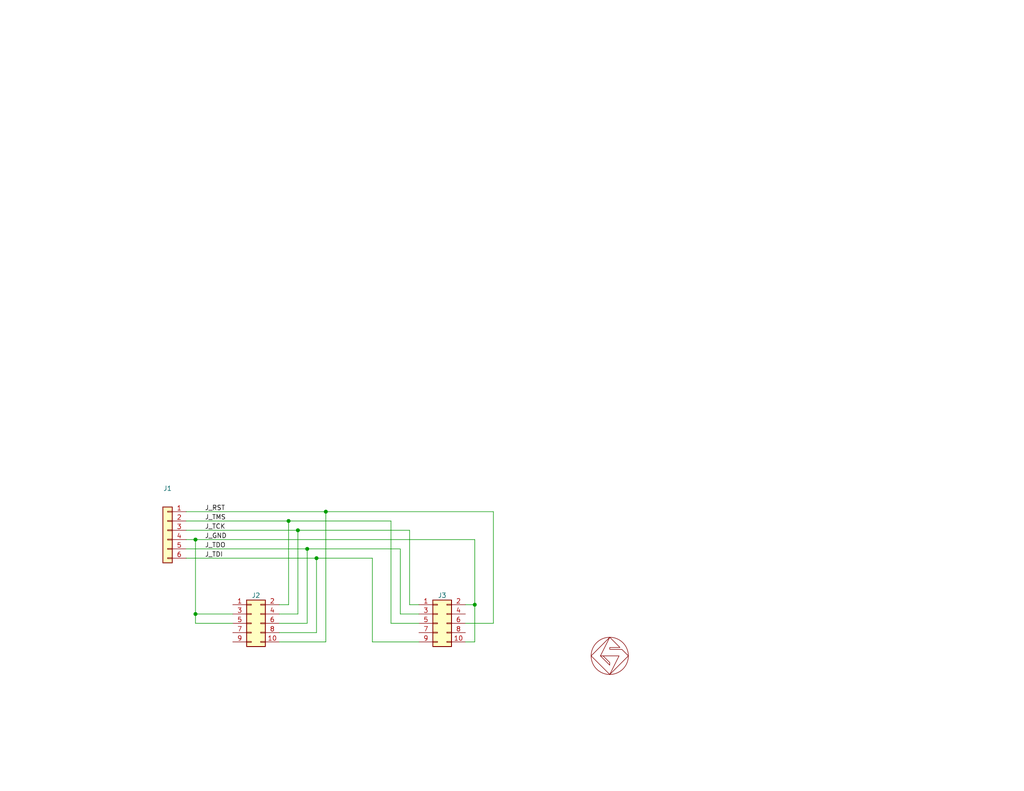
<source format=kicad_sch>
(kicad_sch (version 20230121) (generator eeschema)
  (paper "A")
  (title_block (title "Pico Dirty Blaster Surface Mount") (date "2024-04-30") (rev "0.1") (company "Steiert Solutions"))
  (lib_symbols
    (symbol "Connector_Generic:Conn_01x06" (pin_names (offset 1.016) hide)
      (property "Reference" "J" (at 0 7.62 0))
      (property "Value" "Conn_01x06" (at 0 -10.16 0))
      (symbol "Conn_01x06_1_1"
        (rectangle (start -1.27 -7.493) (end 0 -7.747) (stroke (width 0.1524)))
        (rectangle (start -1.27 -4.953) (end 0 -5.207) (stroke (width 0.1524)))
        (rectangle (start -1.27 -2.413) (end 0 -2.667) (stroke (width 0.1524)))
        (rectangle (start -1.27 0.127) (end 0 -0.127) (stroke (width 0.1524)))
        (rectangle (start -1.27 2.667) (end 0 2.413) (stroke (width 0.1524)))
        (rectangle (start -1.27 5.207) (end 0 4.953) (stroke (width 0.1524)))
        (rectangle (start -1.27 6.35) (end 1.27 -8.89) (stroke (width 0.254)) (fill (type background)))
        (pin passive line (at -5.08 5.08 0) (length 3.81) (name "Pin_1") (number "1"))
        (pin passive line (at -5.08 2.54 0) (length 3.81) (name "Pin_2") (number "2"))
        (pin passive line (at -5.08 0 0) (length 3.81) (name "Pin_3") (number "3"))
        (pin passive line (at -5.08 -2.54 0) (length 3.81) (name "Pin_4") (number "4"))
        (pin passive line (at -5.08 -5.08 0) (length 3.81) (name "Pin_5") (number "5"))
        (pin passive line (at -5.08 -7.62 0) (length 3.81) (name "Pin_6") (number "6"))
      )
    )
    (symbol "Connector_Generic:Conn_02x05_Odd_Even" (pin_names (offset 1.016) hide)
      (property "Reference" "J" (at 1.27 7.62 0))
      (property "Value" "Conn_02x05_Odd_Even" (at 1.27 -7.62 0))
      (symbol "Conn_02x05_Odd_Even_1_1"
        (rectangle (start -1.27 -4.953) (end 0 -5.207) (stroke (width 0.1524)))
        (rectangle (start -1.27 -2.413) (end 0 -2.667) (stroke (width 0.1524)))
        (rectangle (start -1.27 0.127) (end 0 -0.127) (stroke (width 0.1524)))
        (rectangle (start -1.27 2.667) (end 0 2.413) (stroke (width 0.1524)))
        (rectangle (start -1.27 5.207) (end 0 4.953) (stroke (width 0.1524)))
        (rectangle (start -1.27 6.35) (end 3.81 -6.35) (stroke (width 0.254)) (fill (type background)))
        (rectangle (start 3.81 -4.953) (end 2.54 -5.207) (stroke (width 0.1524)))
        (rectangle (start 3.81 -2.413) (end 2.54 -2.667) (stroke (width 0.1524)))
        (rectangle (start 3.81 0.127) (end 2.54 -0.127) (stroke (width 0.1524)))
        (rectangle (start 3.81 2.667) (end 2.54 2.413) (stroke (width 0.1524)))
        (rectangle (start 3.81 5.207) (end 2.54 4.953) (stroke (width 0.1524)))
        (pin passive line (at -5.08 5.08 0) (length 3.81) (name "Pin_1") (number "1"))
        (pin passive line (at 7.62 -5.08 180) (length 3.81) (name "Pin_10") (number "10"))
        (pin passive line (at 7.62 5.08 180) (length 3.81) (name "Pin_2") (number "2"))
        (pin passive line (at -5.08 2.54 0) (length 3.81) (name "Pin_3") (number "3"))
        (pin passive line (at 7.62 2.54 180) (length 3.81) (name "Pin_4") (number "4"))
        (pin passive line (at -5.08 0 0) (length 3.81) (name "Pin_5") (number "5"))
        (pin passive line (at 7.62 0 180) (length 3.81) (name "Pin_6") (number "6"))
        (pin passive line (at -5.08 -2.54 0) (length 3.81) (name "Pin_7") (number "7"))
        (pin passive line (at 7.62 -2.54 180) (length 3.81) (name "Pin_8") (number "8"))
        (pin passive line (at -5.08 -5.08 0) (length 3.81) (name "Pin_9") (number "9"))
      )
    )
    (symbol "nfc-tst-rescue:GS_logo-custom" (pin_numbers hide) (pin_names (offset 0) hide)
      (symbol "GS_logo-custom_0_1"
        (polyline (pts (xy 0 -5.08) (xy 5.08 0)))
        (polyline (pts (xy -2.54 0) (xy 0 -2.54) (xy 0 -1.8288) (xy -1.8288 0)))
        (polyline (pts (xy 0 5.08) (xy -5.08 0) (xy 0 -5.08) (xy 2.54 0) (xy -2.54 0) (xy 0 5.08)))
        (polyline (pts (xy 5.08 0) (xy 3.302 1.778) (xy 0 1.778) (xy 0 2.286) (xy 2.794 2.286) (xy 0 5.08)))
        (circle (center 0 0) (radius 5.08))
      )
      (symbol "GS_logo-custom_1_1"
        (pin unspecified line (at 0 0 90) (length 0) hide (name "GS") (number "1"))
      )
    )
  )
  (junction (at 53.34 147.32))
  (junction (at 86.36 152.4))
  (junction (at 83.82 149.86))
  (junction (at 53.34 167.64))
  (junction (at 88.9 139.7))
  (junction (at 78.74 142.24))
  (junction (at 81.28 144.78))
  (junction (at 129.54 165.1))
  (wire (pts (xy 50.8 149.86) (xy 83.82 149.86)))
  (wire (pts (xy 109.22 167.64) (xy 109.22 149.86)))
  (wire (pts (xy 114.3 167.64) (xy 109.22 167.64)))
  (wire (pts (xy 114.3 170.18) (xy 106.68 170.18)))
  (wire (pts (xy 114.3 175.26) (xy 101.6 175.26)))
  (wire (pts (xy 50.8 139.7) (xy 88.9 139.7)))
  (wire (pts (xy 114.3 165.1) (xy 111.76 165.1)))
  (wire (pts (xy 129.54 175.26) (xy 129.54 165.1)))
  (wire (pts (xy 86.36 172.72) (xy 86.36 152.4)))
  (wire (pts (xy 109.22 149.86) (xy 83.82 149.86)))
  (wire (pts (xy 106.68 170.18) (xy 106.68 142.24)))
  (wire (pts (xy 129.54 165.1) (xy 129.54 147.32)))
  (wire (pts (xy 50.8 144.78) (xy 81.28 144.78)))
  (wire (pts (xy 101.6 152.4) (xy 86.36 152.4)))
  (wire (pts (xy 76.2 165.1) (xy 78.74 165.1)))
  (wire (pts (xy 50.8 142.24) (xy 78.74 142.24)))
  (wire (pts (xy 53.34 170.18) (xy 53.34 167.64)))
  (wire (pts (xy 53.34 147.32) (xy 129.54 147.32)))
  (wire (pts (xy 76.2 172.72) (xy 86.36 172.72)))
  (wire (pts (xy 53.34 167.64) (xy 63.5 167.64)))
  (wire (pts (xy 50.8 152.4) (xy 86.36 152.4)))
  (wire (pts (xy 134.62 139.7) (xy 88.9 139.7)))
  (wire (pts (xy 81.28 167.64) (xy 81.28 144.78)))
  (wire (pts (xy 83.82 170.18) (xy 83.82 149.86)))
  (wire (pts (xy 134.62 170.18) (xy 134.62 139.7)))
  (wire (pts (xy 127 165.1) (xy 129.54 165.1)))
  (wire (pts (xy 63.5 170.18) (xy 53.34 170.18)))
  (wire (pts (xy 78.74 165.1) (xy 78.74 142.24)))
  (wire (pts (xy 127 170.18) (xy 134.62 170.18)))
  (wire (pts (xy 127 175.26) (xy 129.54 175.26)))
  (wire (pts (xy 53.34 147.32) (xy 53.34 167.64)))
  (wire (pts (xy 101.6 175.26) (xy 101.6 152.4)))
  (wire (pts (xy 76.2 170.18) (xy 83.82 170.18)))
  (wire (pts (xy 88.9 175.26) (xy 88.9 139.7)))
  (wire (pts (xy 50.8 147.32) (xy 53.34 147.32)))
  (wire (pts (xy 111.76 165.1) (xy 111.76 144.78)))
  (wire (pts (xy 76.2 167.64) (xy 81.28 167.64)))
  (wire (pts (xy 76.2 175.26) (xy 88.9 175.26)))
  (wire (pts (xy 106.68 142.24) (xy 78.74 142.24)))
  (wire (pts (xy 111.76 144.78) (xy 81.28 144.78)))
  (label "J_GND" (at 55.88 147.32 0))
  (label "J_TMS" (at 55.88 142.24 0))
  (label "J_TDO" (at 55.88 149.86 0))
  (label "J_TDI" (at 55.88 152.4 0))
  (label "J_RST" (at 55.88 139.7 0))
  (label "J_TCK" (at 55.88 144.78 0))
  (symbol (lib_id "nfc-tst-rescue:GS_logo-custom") (at 166.37 179.07 0) (unit 1) (on_board no)
    (property "Reference" "GS1" (effects hide))
    (property "Value" "GS_logo" (effects hide))
    (property "Footprint" "footprint:gs_logo_200mil" (effects hide))
  )
  (symbol (lib_id "Connector_Generic:Conn_01x06") (at 45.72 144.78 0) (mirror y) (unit 1)
    (property "Reference" "J1" (at 45.72 133.35 0))
    (property "Value" "Conn_01x06" (effects hide))
    (property "Footprint" "custom:Sidecar-6" (effects hide))
  )
  (symbol (lib_id "Connector_Generic:Conn_02x05_Odd_Even") (at 119.38 170.18 0) (unit 1)
    (property "Reference" "J3" (at 120.65 162.56 0))
    (property "Value" "Conn_02x05_Counter_Clockwise" (effects hide))
    (property "Footprint" "custom:BHR-10-VSG-SMT_2x05_P2.54mm_Vertical_SMD" (effects hide))
  )
  (symbol (lib_id "Connector_Generic:Conn_02x05_Odd_Even") (at 68.58 170.18 0) (unit 1)
    (property "Reference" "J2" (at 69.85 162.56 0))
    (property "Value" "Conn_02x05_Counter_Clockwise" (effects hide))
    (property "Footprint" "Connector_PinHeader_1.27mm:PinHeader_2x05_P1.27mm_Vertical_SMD" (effects hide))
  )
)
</source>
